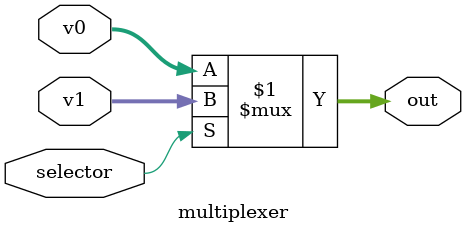
<source format=v>
module multiplexer (
	input [15:0] v0, v1,
	input selector,
	output [15:0] out
);

assign out = selector ? v1 : v0;

endmodule
</source>
